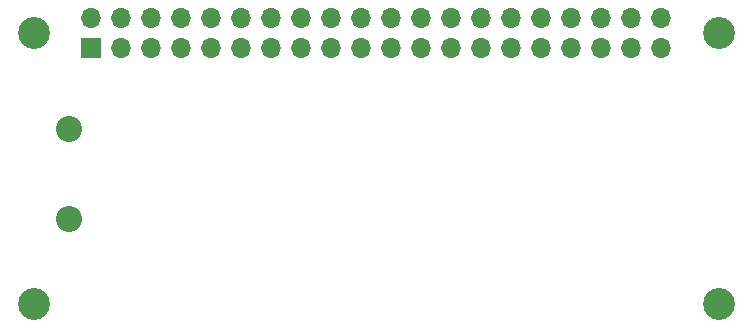
<source format=gbs>
G04 #@! TF.GenerationSoftware,KiCad,Pcbnew,9.0.2*
G04 #@! TF.CreationDate,2025-06-26T16:26:48+10:00*
G04 #@! TF.ProjectId,PiCam HAT,50694361-6d20-4484-9154-2e6b69636164,rev?*
G04 #@! TF.SameCoordinates,Original*
G04 #@! TF.FileFunction,Soldermask,Bot*
G04 #@! TF.FilePolarity,Negative*
%FSLAX46Y46*%
G04 Gerber Fmt 4.6, Leading zero omitted, Abs format (unit mm)*
G04 Created by KiCad (PCBNEW 9.0.2) date 2025-06-26 16:26:48*
%MOMM*%
%LPD*%
G01*
G04 APERTURE LIST*
%ADD10O,1.700000X1.700000*%
%ADD11R,1.700000X1.700000*%
%ADD12C,2.700000*%
%ADD13C,2.204000*%
G04 APERTURE END LIST*
D10*
X156630000Y-72230000D03*
X156630000Y-74770000D03*
X154090000Y-72230000D03*
X154090000Y-74770000D03*
X151550000Y-72230000D03*
X151550000Y-74770000D03*
X149010000Y-72230000D03*
X149010000Y-74770000D03*
X146470000Y-72230000D03*
X146470000Y-74770000D03*
X143930000Y-72230000D03*
X143930000Y-74770000D03*
X141390000Y-72230000D03*
X141390000Y-74770000D03*
X138850000Y-72230000D03*
X138850000Y-74770000D03*
X136310000Y-72230000D03*
X136310000Y-74770000D03*
X133770000Y-72230000D03*
X133770000Y-74770000D03*
X131230000Y-72230000D03*
X131230000Y-74770000D03*
X128690000Y-72230000D03*
X128690000Y-74770000D03*
X126150000Y-72230000D03*
X126150000Y-74770000D03*
X123610000Y-72230000D03*
X123610000Y-74770000D03*
X121070000Y-72230000D03*
X121070000Y-74770000D03*
X118530000Y-72230000D03*
X118530000Y-74770000D03*
X115990000Y-72230000D03*
X115990000Y-74770000D03*
X113450000Y-72230000D03*
X113450000Y-74770000D03*
X110910000Y-72230000D03*
X110910000Y-74770000D03*
X108370000Y-72230000D03*
D11*
X108370000Y-74770000D03*
D12*
X161500000Y-73500000D03*
X103500000Y-96500000D03*
X103500000Y-73500000D03*
X161500000Y-96500000D03*
D13*
X106500000Y-81700000D03*
X106500000Y-89300000D03*
M02*

</source>
